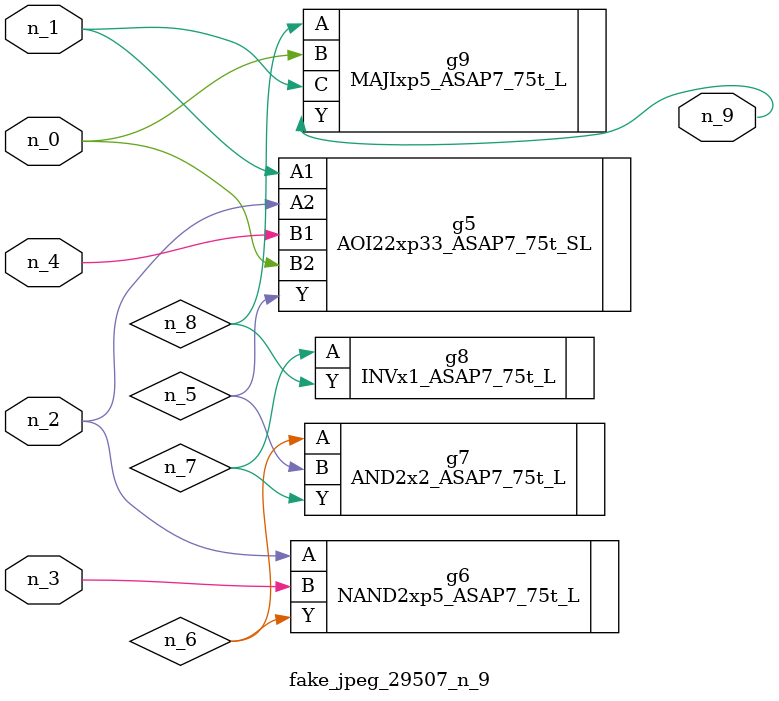
<source format=v>
module fake_jpeg_29507_n_9 (n_3, n_2, n_1, n_0, n_4, n_9);

input n_3;
input n_2;
input n_1;
input n_0;
input n_4;

output n_9;

wire n_8;
wire n_6;
wire n_5;
wire n_7;

AOI22xp33_ASAP7_75t_SL g5 ( 
.A1(n_1),
.A2(n_2),
.B1(n_4),
.B2(n_0),
.Y(n_5)
);

NAND2xp5_ASAP7_75t_L g6 ( 
.A(n_2),
.B(n_3),
.Y(n_6)
);

AND2x2_ASAP7_75t_L g7 ( 
.A(n_6),
.B(n_5),
.Y(n_7)
);

INVx1_ASAP7_75t_L g8 ( 
.A(n_7),
.Y(n_8)
);

MAJIxp5_ASAP7_75t_L g9 ( 
.A(n_8),
.B(n_0),
.C(n_1),
.Y(n_9)
);


endmodule
</source>
